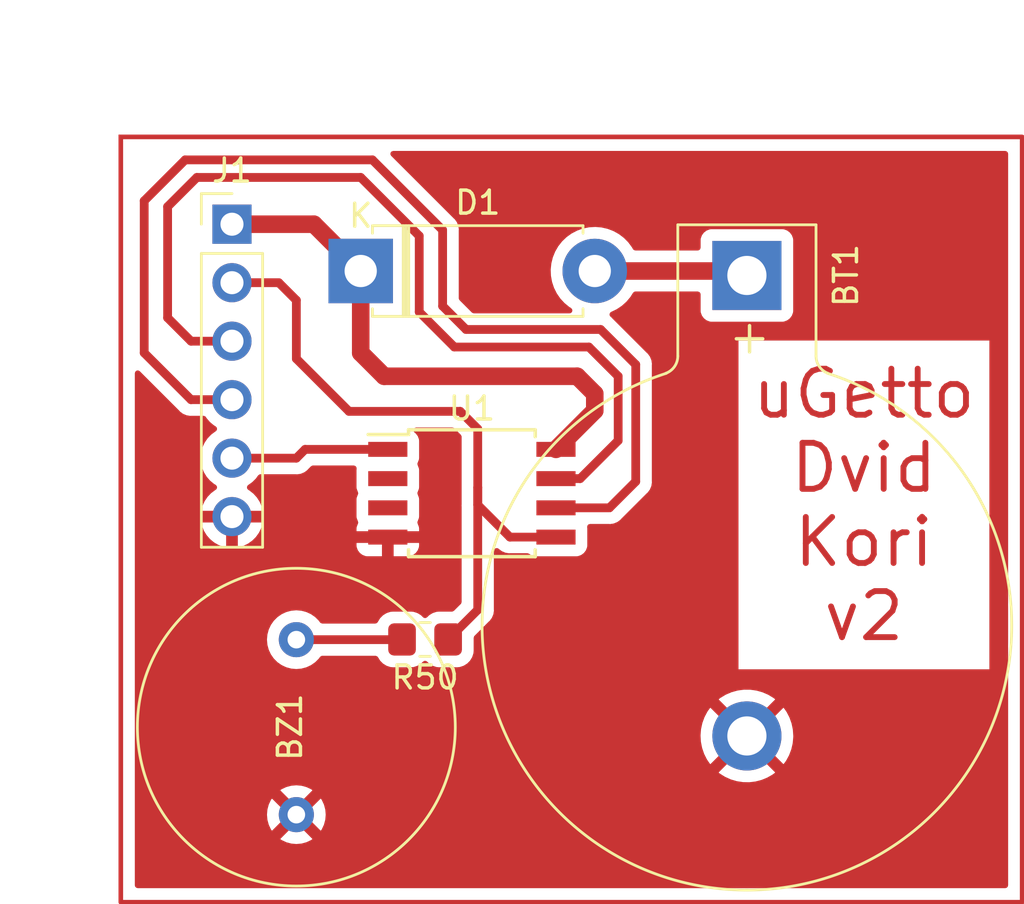
<source format=kicad_pcb>
(kicad_pcb (version 20211014) (generator pcbnew)
  (layers (0 "F.Cu" signal) (31 "B.Cu" signal) (34 "B.Paste" user) (35 "F.Paste" user) (36 "B.SilkS" user "B.Silkscreen") (37 "F.SilkS" user "F.Silkscreen") (38 "B.Mask" user) (39 "F.Mask" user) (44 "Edge.Cuts" user))
  (net 0 "")
  (net 1 "Net-(BT1-Pad1)")
  (net 2 "Net-(BT1-Pad2)")
  (net 3 "Net-(BZ1-Pad1)")
  (net 4 "Net-(J1-Pad1)")
  (net 5 "Net-(J1-Pad3)")
  (net 6 "Net-(J1-Pad4)")
  (net 7 "Net-(J1-Pad5)")
  (net 8 "Net-(J1-Pad2)")
  (footprint "Library:HPM14A" (layer "F.Cu") (at 113.284 125.984 90)
    (fp_text reference "BZ1" (at 0 -0.278 90 unlocked) (layer "F.SilkS"))
    (fp_text value "Buzzer")
    (fp_circle (center 0 0) (end 6.9 0) (layer "F.SilkS") (width 0.12) (fill none))
    (pad "1" thru_hole circle (at 3.8 0 90) (size 1.524 1.524) (drill 0.762) (layers *.Cu *.Mask) (net 3 "Net-(BZ1-Pad1)"))
    (pad "2" thru_hole circle (at -3.8 0 90) (size 1.524 1.524) (drill 0.762) (layers *.Cu *.Mask) (net 2 "Net-(BT1-Pad2)"))
  )
  (footprint "Diode_THT:D_5W_P10.16mm_Horizontal" (layer "F.Cu") (at 116.078 106.172)
    (fp_text reference "D1" (at 5.08 -2.97) (layer "F.SilkS"))
    (fp_text value "D_Schottky")
    (fp_text user "K" (at 0 -2.4) (layer "F.SilkS"))
    (fp_line (start 2.085 -1.97) (end 2.085 1.97) (layer "F.SilkS") (width 0.12))
    (fp_line (start 1.965 -1.97) (end 1.965 1.97) (layer "F.SilkS") (width 0.12))
    (fp_line (start 0.51 -1.97) (end 9.65 -1.97) (layer "F.SilkS") (width 0.12))
    (fp_line (start 1.845 -1.97) (end 1.845 1.97) (layer "F.SilkS") (width 0.12))
    (fp_line (start 9.65 -1.97) (end 9.65 -1.64) (layer "F.SilkS") (width 0.12))
    (fp_line (start 0.51 1.64) (end 0.51 1.97) (layer "F.SilkS") (width 0.12))
    (fp_line (start 9.65 1.97) (end 9.65 1.64) (layer "F.SilkS") (width 0.12))
    (fp_line (start 0.51 1.97) (end 9.65 1.97) (layer "F.SilkS") (width 0.12))
    (fp_line (start 0.51 -1.64) (end 0.51 -1.97) (layer "F.SilkS") (width 0.12))
    (pad "1" thru_hole rect (at 0 0) (size 2.8 2.8) (drill 1.4) (layers *.Cu *.Mask) (net 4 "Net-(J1-Pad1)"))
    (pad "2" thru_hole oval (at 10.16 0) (size 2.8 2.8) (drill 1.4) (layers *.Cu *.Mask) (net 1 "Net-(BT1-Pad1)"))
  )
  (footprint "Package_SO:SOIC-8W_5.3x5.3mm_P1.27mm" (layer "F.Cu") (at 120.904 115.824)
    (fp_text reference "U1" (at 0 -3.68) (layer "F.SilkS"))
    (fp_text value "ATtiny13A-S")
    (fp_line (start -2.75 2.755) (end -2.75 2.455) (layer "F.SilkS") (width 0.15))
    (fp_line (start -2.75 2.755) (end 2.75 2.755) (layer "F.SilkS") (width 0.15))
    (fp_line (start -2.75 -2.55) (end -4.5 -2.55) (layer "F.SilkS") (width 0.15))
    (fp_line (start -2.75 -2.755) (end 2.75 -2.755) (layer "F.SilkS") (width 0.15))
    (fp_line (start 2.75 -2.755) (end 2.75 -2.455) (layer "F.SilkS") (width 0.15))
    (fp_line (start 2.75 2.755) (end 2.75 2.455) (layer "F.SilkS") (width 0.15))
    (fp_line (start -2.75 -2.755) (end -2.75 -2.55) (layer "F.SilkS") (width 0.15))
    (pad "1" smd rect (at -3.65 -1.905) (size 1.7 0.65) (layers "F.Cu" "F.Paste" "F.Mask") (net 7 "Net-(J1-Pad5)"))
    (pad "2" smd rect (at -3.65 -0.635) (size 1.7 0.65) (layers "F.Cu" "F.Paste" "F.Mask"))
    (pad "3" smd rect (at -3.65 0.635) (size 1.7 0.65) (layers "F.Cu" "F.Paste" "F.Mask"))
    (pad "4" smd rect (at -3.65 1.905) (size 1.7 0.65) (layers "F.Cu" "F.Paste" "F.Mask") (net 2 "Net-(BT1-Pad2)"))
    (pad "5" smd rect (at 3.65 1.905) (size 1.7 0.65) (layers "F.Cu" "F.Paste" "F.Mask") (net 8 "Net-(J1-Pad2)"))
    (pad "6" smd rect (at 3.65 0.635) (size 1.7 0.65) (layers "F.Cu" "F.Paste" "F.Mask") (net 6 "Net-(J1-Pad4)"))
    (pad "7" smd rect (at 3.65 -0.635) (size 1.7 0.65) (layers "F.Cu" "F.Paste" "F.Mask") (net 5 "Net-(J1-Pad3)"))
    (pad "8" smd rect (at 3.65 -1.905) (size 1.7 0.65) (layers "F.Cu" "F.Paste" "F.Mask") (net 4 "Net-(J1-Pad1)"))
  )
  (footprint "Connector_PinHeader_2.54mm:PinHeader_1x06_P2.54mm_Vertical" (layer "F.Cu") (at 110.49 104.14)
    (fp_text reference "J1" (at 0 -2.33) (layer "F.SilkS"))
    (fp_text value "Conn_01x06_Male")
    (fp_line (start 1.33 1.27) (end 1.33 14.03) (layer "F.SilkS") (width 0.12))
    (fp_line (start -1.33 0) (end -1.33 -1.33) (layer "F.SilkS") (width 0.12))
    (fp_line (start -1.33 -1.33) (end 0 -1.33) (layer "F.SilkS") (width 0.12))
    (fp_line (start -1.33 1.27) (end -1.33 14.03) (layer "F.SilkS") (width 0.12))
    (fp_line (start -1.33 14.03) (end 1.33 14.03) (layer "F.SilkS") (width 0.12))
    (fp_line (start -1.33 1.27) (end 1.33 1.27) (layer "F.SilkS") (width 0.12))
    (pad "1" thru_hole rect (at 0 0) (size 1.7 1.7) (drill 1) (layers *.Cu *.Mask) (net 4 "Net-(J1-Pad1)"))
    (pad "2" thru_hole oval (at 0 2.54) (size 1.7 1.7) (drill 1) (layers *.Cu *.Mask) (net 8 "Net-(J1-Pad2)"))
    (pad "3" thru_hole oval (at 0 5.08) (size 1.7 1.7) (drill 1) (layers *.Cu *.Mask) (net 5 "Net-(J1-Pad3)"))
    (pad "4" thru_hole oval (at 0 7.62) (size 1.7 1.7) (drill 1) (layers *.Cu *.Mask) (net 6 "Net-(J1-Pad4)"))
    (pad "5" thru_hole oval (at 0 10.16) (size 1.7 1.7) (drill 1) (layers *.Cu *.Mask) (net 7 "Net-(J1-Pad5)"))
    (pad "6" thru_hole oval (at 0 12.7) (size 1.7 1.7) (drill 1) (layers *.Cu *.Mask) (net 2 "Net-(BT1-Pad2)"))
  )
  (footprint "Resistor_SMD:R_0805_2012Metric_Pad1.20x1.40mm_HandSolder" (layer "F.Cu") (at 118.872 122.174 180)
    (fp_text reference "R50" (at 0 -1.65) (layer "F.SilkS"))
    (fp_text value "R")
    (fp_line (start -0.227064 0.735) (end 0.227064 0.735) (layer "F.SilkS") (width 0.12))
    (fp_line (start -0.227064 -0.735) (end 0.227064 -0.735) (layer "F.SilkS") (width 0.12))
    (pad "1" smd roundrect (at -1 0 180) (size 1.2 1.4) (layers "F.Cu" "F.Paste" "F.Mask") (roundrect_rratio 0.208333) (net 8 "Net-(J1-Pad2)"))
    (pad "2" smd roundrect (at 1 0 180) (size 1.2 1.4) (layers "F.Cu" "F.Paste" "F.Mask") (roundrect_rratio 0.208333) (net 3 "Net-(BZ1-Pad1)"))
  )
  (footprint "Library:BatteryHolder_Keystone_103_1x20mm" (layer "F.Cu") (at 132.842 106.365584 -90)
    (fp_text reference "BT1" (at 0 -4.3 90) (layer "F.SilkS"))
    (fp_text value "Battery_Cell")
    (fp_text user "+" (at 2.75 0 90) (layer "F.SilkS") (effects (font (size 1.5 1.5))))
    (fp_line (start -2.2 3) (end -2.2 -3) (layer "F.SilkS") (width 0.12))
    (fp_line (start -2.2 3) (end 3.5 3) (layer "F.SilkS") (width 0.12))
    (fp_line (start -2.2 -3) (end 3.5 -3) (layer "F.SilkS") (width 0.12))
    (fp_arc (start 26.695671 -0.045281) (mid 16.993514 11.35499) (end 4.25 3.5) (layer "F.SilkS") (width 0.12))
    (fp_arc (start 4.251754 -3.526384) (mid 3.958861 -3.144678) (end 3.5 -3) (layer "F.SilkS") (width 0.12))
    (fp_arc (start 4.25 -3.5) (mid 16.993514 -11.35499) (end 26.695671 0.045281) (layer "F.SilkS") (width 0.12))
    (fp_arc (start 3.5 3) (mid 3.958861 3.144678) (end 4.251754 3.526384) (layer "F.SilkS") (width 0.12))
    (pad "1" thru_hole rect (at 0 0 270) (size 3 3) (drill 1.7) (layers *.Cu *.Mask) (net 1 "Net-(BT1-Pad1)"))
    (pad "2" thru_hole circle (at 20 0 270) (size 3 3) (drill 1.7) (layers *.Cu *.Mask) (net 2 "Net-(BT1-Pad2)"))
  )
  (gr_rect (start 105.664 100.348) (end 144.79 133.586) (layer "F.Cu") (width 0.2) (fill none))
  (gr_text "uGetto\nDvid\nKori\nv2" (at 137.922 116.332) (layer "F.Cu") (effects (font (size 2 2) (thickness 0.254))))
  (segment (start 132.648416 106.172) (end 132.842 106.365584) (width 0.762) (layer "F.Cu") (net 1))
  (segment (start 126.685584 106.619584) (end 126.238 106.172) (width 0.762) (layer "F.Cu") (net 1))
  (segment (start 126.238 106.172) (end 132.648416 106.172) (width 0.762) (layer "F.Cu") (net 1))
  (segment (start 117.862 122.184) (end 117.872 122.174) (width 0.381) (layer "F.Cu") (net 3))
  (segment (start 113.284 122.184) (end 117.862 122.184) (width 0.381) (layer "F.Cu") (net 3))
  (segment (start 125.476 110.744) (end 117.094 110.744) (width 0.762) (layer "F.Cu") (net 4))
  (segment (start 126.238 111.506) (end 126.238 112.235) (width 0.762) (layer "F.Cu") (net 4))
  (segment (start 117.094 110.744) (end 116.078 109.728) (width 0.762) (layer "F.Cu") (net 4))
  (segment (start 114.046 104.14) (end 110.49 104.14) (width 0.762) (layer "F.Cu") (net 4))
  (segment (start 116.078 109.728) (end 116.078 106.172) (width 0.762) (layer "F.Cu") (net 4))
  (segment (start 126.238 112.235) (end 124.554 113.919) (width 0.762) (layer "F.Cu") (net 4))
  (segment (start 126.238 111.506) (end 125.476 110.744) (width 0.762) (layer "F.Cu") (net 4))
  (segment (start 116.078 106.172) (end 114.046 104.14) (width 0.762) (layer "F.Cu") (net 4))
  (segment (start 107.696 108.204) (end 108.712 109.22) (width 0.381) (layer "F.Cu") (net 5))
  (segment (start 125.603 115.189) (end 127.254 113.538) (width 0.381) (layer "F.Cu") (net 5))
  (segment (start 108.712 109.22) (end 110.49 109.22) (width 0.381) (layer "F.Cu") (net 5))
  (segment (start 124.554 115.189) (end 125.603 115.189) (width 0.381) (layer "F.Cu") (net 5))
  (segment (start 107.696 103.378) (end 107.696 108.204) (width 0.381) (layer "F.Cu") (net 5))
  (segment (start 118.618 104.648) (end 116.078 102.108) (width 0.381) (layer "F.Cu") (net 5))
  (segment (start 127.254 113.538) (end 127.254 110.744) (width 0.381) (layer "F.Cu") (net 5))
  (segment (start 116.078 102.108) (end 108.966 102.108) (width 0.381) (layer "F.Cu") (net 5))
  (segment (start 108.966 102.108) (end 107.696 103.378) (width 0.381) (layer "F.Cu") (net 5))
  (segment (start 125.984 109.474) (end 120.142 109.474) (width 0.381) (layer "F.Cu") (net 5))
  (segment (start 120.142 109.474) (end 118.618 107.95) (width 0.381) (layer "F.Cu") (net 5))
  (segment (start 127.254 110.744) (end 125.984 109.474) (width 0.381) (layer "F.Cu") (net 5))
  (segment (start 118.618 107.95) (end 118.618 104.648) (width 0.381) (layer "F.Cu") (net 5))
  (segment (start 108.458 101.346) (end 106.68 103.124) (width 0.381) (layer "F.Cu") (net 6))
  (segment (start 128.016 115.316) (end 128.016 110.236) (width 0.381) (layer "F.Cu") (net 6))
  (segment (start 116.586 101.346) (end 108.458 101.346) (width 0.381) (layer "F.Cu") (net 6))
  (segment (start 126.492 108.712) (end 120.65 108.712) (width 0.381) (layer "F.Cu") (net 6))
  (segment (start 106.68 103.124) (end 106.68 109.728) (width 0.381) (layer "F.Cu") (net 6))
  (segment (start 120.65 108.712) (end 119.634 107.696) (width 0.381) (layer "F.Cu") (net 6))
  (segment (start 106.68 109.728) (end 108.712 111.76) (width 0.381) (layer "F.Cu") (net 6))
  (segment (start 126.873 116.459) (end 128.016 115.316) (width 0.381) (layer "F.Cu") (net 6))
  (segment (start 119.634 107.696) (end 119.634 104.394) (width 0.381) (layer "F.Cu") (net 6))
  (segment (start 108.712 111.76) (end 110.49 111.76) (width 0.381) (layer "F.Cu") (net 6))
  (segment (start 124.554 116.459) (end 126.873 116.459) (width 0.381) (layer "F.Cu") (net 6))
  (segment (start 128.016 110.236) (end 126.492 108.712) (width 0.381) (layer "F.Cu") (net 6))
  (segment (start 119.634 104.394) (end 116.586 101.346) (width 0.381) (layer "F.Cu") (net 6))
  (segment (start 117.254 113.919) (end 113.665 113.919) (width 0.381) (layer "F.Cu") (net 7))
  (segment (start 113.665 113.919) (end 113.284 114.3) (width 0.381) (layer "F.Cu") (net 7))
  (segment (start 113.284 114.3) (end 110.49 114.3) (width 0.381) (layer "F.Cu") (net 7))
  (segment (start 121.158 113.03) (end 120.396 112.268) (width 0.381) (layer "F.Cu") (net 8))
  (segment (start 122.555 117.729) (end 121.158 116.332) (width 0.381) (layer "F.Cu") (net 8))
  (segment (start 112.522 106.68) (end 110.49 106.68) (width 0.381) (layer "F.Cu") (net 8))
  (segment (start 120.396 112.268) (end 115.57 112.268) (width 0.381) (layer "F.Cu") (net 8))
  (segment (start 115.57 112.268) (end 113.284 109.982) (width 0.381) (layer "F.Cu") (net 8))
  (segment (start 119.872 122.174) (end 121.158 120.888) (width 0.381) (layer "F.Cu") (net 8))
  (segment (start 121.158 115.57) (end 121.158 113.03) (width 0.381) (layer "F.Cu") (net 8))
  (segment (start 113.284 109.982) (end 113.284 107.442) (width 0.381) (layer "F.Cu") (net 8))
  (segment (start 122.555 117.729) (end 124.554 117.729) (width 0.381) (layer "F.Cu") (net 8))
  (segment (start 121.158 120.888) (end 121.158 115.57) (width 0.381) (layer "F.Cu") (net 8))
  (segment (start 121.158 116.332) (end 121.158 115.57) (width 0.381) (layer "F.Cu") (net 8))
  (segment (start 113.284 107.442) (end 112.522 106.68) (width 0.381) (layer "F.Cu") (net 8))
  (zone (net 2) (net_name "Net-(BT1-Pad2)") (layer "F.Cu") (connect_pads (clearance 0.508)) (min_thickness 0.254) (fill yes (thermal_gap 0.508) (thermal_bridge_width 0.508) (smoothing chamfer) (radius 1))
    (polygon (pts (xy 144.79 133.586) (xy 105.664 133.586) (xy 105.664 100.348) (xy 144.79 100.348)))
  )
)
</source>
